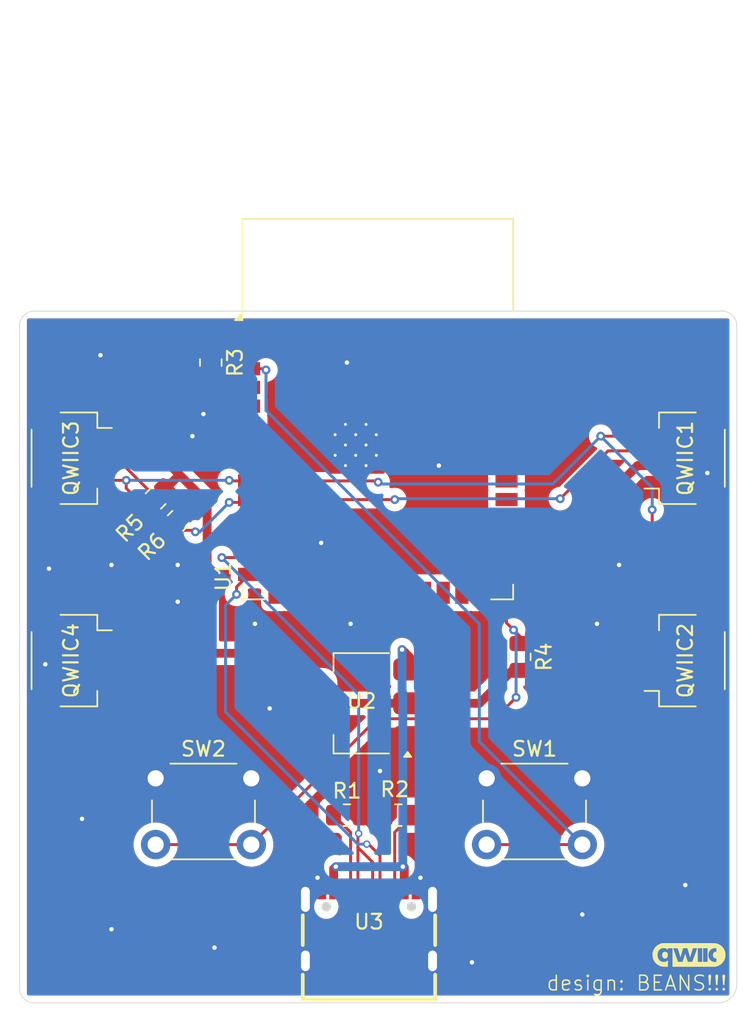
<source format=kicad_pcb>
(kicad_pcb (version 20241229) (generator "pcbnew") (generator_version "9.0")
  (layers (0 "F.Cu" signal) (2 "B.Cu" signal) (13 "F.Paste" user) (15 "B.Paste" user) (5 "F.SilkS" user "F.Silkscreen") (7 "B.SilkS" user "B.Silkscreen") (1 "F.Mask" user) (3 "B.Mask" user) (25 "Edge.Cuts" user))
  (net 0 "")
  (net 1 "GND")
  (net 2 "SDA")
  (net 3 "EN")
  (net 4 "SCL")
  (net 5 "cc1")
  (net 6 "cc2")
  (net 7 "+3V3")
  (net 8 "IO0")
  (net 24 "d-")
  (net 27 "d+")
  (net 42 "VBUS")
  (footprint "Button_Switch_THT:SW_PUSH_6mm" (layer "F.Cu") (at 89.75 89)
    (property "Reference" "SW2" (at 3.25 -2 0) (layer "F.SilkS"))
    (property "Value" "SW_Push")
    (fp_line (start -0.25 1.5) (end -0.25 3) (stroke (width 0.12)) (layer "F.SilkS"))
    (fp_line (start 1 5.5) (end 5.5 5.5) (stroke (width 0.12)) (layer "F.SilkS"))
    (fp_line (start 5.5 -1) (end 1 -1) (stroke (width 0.12)) (layer "F.SilkS"))
    (fp_line (start 6.75 3) (end 6.75 1.5) (stroke (width 0.12)) (layer "F.SilkS"))
    (pad "1" thru_hole circle (at 0 0 90) (size 2 2) (drill 1.1) (layers "*.Cu" "*.Mask") (net 1 "GND"))
    (pad "1" thru_hole circle (at 6.5 0 90) (size 2 2) (drill 1.1) (layers "*.Cu" "*.Mask") (net 1 "GND"))
    (pad "2" thru_hole circle (at 0 4.5 90) (size 2 2) (drill 1.1) (layers "*.Cu" "*.Mask") (net 8 "IO0"))
    (pad "2" thru_hole circle (at 6.5 4.5 90) (size 2 2) (drill 1.1) (layers "*.Cu" "*.Mask") (net 8 "IO0"))
  )
  (footprint "Resistor_SMD:R_0805_2012Metric" (layer "F.Cu") (at 114.5 80.75 -90)
    (property "Reference" "R4" (at 0 -1.65 90) (layer "F.SilkS"))
    (property "Value" "10k")
    (fp_line (start -0.227064 0.735) (end 0.227064 0.735) (stroke (width 0.12)) (layer "F.SilkS"))
    (fp_line (start -0.227064 -0.735) (end 0.227064 -0.735) (stroke (width 0.12)) (layer "F.SilkS"))
    (pad "1" smd roundrect (at -0.9125 0 270) (size 1.025 1.4) (layers "F.Cu" "F.Mask" "F.Paste") (roundrect_rratio 0.243902) (net 8 "IO0"))
    (pad "2" smd roundrect (at 0.9125 0 270) (size 1.025 1.4) (layers "F.Cu" "F.Mask" "F.Paste") (roundrect_rratio 0.243902) (net 7 "+3V3"))
  )
  (footprint "USB_C:USB-C-SMD_G-SWITCH_GT-USB-7010ASV" (layer "F.Cu") (at 104.25 99)
    (property "Reference" "U3" (at 0 -0.25 0) (layer "F.SilkS"))
    (property "Value" "~")
    (fp_line (start -4.5 1.3215) (end -4.5 -0.6915) (stroke (width 0.254)) (layer "F.SilkS"))
    (fp_line (start -4.5 5.03) (end -4.5 3.3385) (stroke (width 0.254)) (layer "F.SilkS"))
    (fp_line (start 4.5 1.3215) (end 4.5 -0.6915) (stroke (width 0.254)) (layer "F.SilkS"))
    (fp_line (start 4.5 5.03) (end -4.5 5.03) (stroke (width 0.254)) (layer "F.SilkS"))
    (fp_line (start 4.5 5.03) (end 4.5 3.3385) (stroke (width 0.254)) (layer "F.SilkS"))
    (fp_poly (pts (xy -2.57778 -1.322421) (xy -2.599739 -1.404372) (xy -2.64216 -1.477847) (xy -2.702153 -1.53784) (xy -2.775628 -1.580261) (xy -2.857579 -1.60222) (xy -2.942421 -1.60222) (xy -3.024372 -1.580261) (xy -3.097847 -1.53784) (xy -3.15784 -1.477847) (xy -3.200261 -1.404372) (xy -3.22222 -1.322421) (xy -3.22222 -1.237579) (xy -3.200261 -1.155628) (xy -3.15784 -1.082153) (xy -3.097847 -1.02216) (xy -3.024372 -0.979739) (xy -2.942421 -0.95778) (xy -2.857579 -0.95778) (xy -2.775628 -0.979739) (xy -2.702153 -1.02216) (xy -2.64216 -1.082153) (xy -2.599739 -1.155628) (xy -2.57778 -1.237579)) (fill yes) (layer "Edge.Cuts"))
    (fp_poly (pts (xy 3.21222 -1.322421) (xy 3.190261 -1.404372) (xy 3.14784 -1.477847) (xy 3.087847 -1.53784) (xy 3.014372 -1.580261) (xy 2.932421 -1.60222) (xy 2.847579 -1.60222) (xy 2.765628 -1.580261) (xy 2.692153 -1.53784) (xy 2.63216 -1.477847) (xy 2.589739 -1.404372) (xy 2.56778 -1.322421) (xy 2.56778 -1.237579) (xy 2.589739 -1.155628) (xy 2.63216 -1.082153) (xy 2.692153 -1.02216) (xy 2.765628 -0.979739) (xy 2.847579 -0.95778) (xy 2.932421 -0.95778) (xy 3.014372 -0.979739) (xy 3.087847 -1.02216) (xy 3.14784 -1.082153) (xy 3.190261 -1.155628) (xy 3.21222 -1.237579)) (fill yes) (layer "Edge.Cuts"))
    (pad "1" thru_hole oval (at -4.32 -1.78) (size 1 2.1) (drill oval 0.6 1.7) (layers "*.Cu" "*.Mask") (net 1 "GND"))
    (pad "2" thru_hole oval (at 4.32 -1.78) (size 1 2.1) (drill oval 0.6 1.7) (layers "*.Cu" "*.Mask") (net 1 "GND"))
    (pad "3" thru_hole oval (at 4.32 2.4) (size 1 1.8) (drill oval 0.6 1.4) (layers "*.Cu" "*.Mask") (net 1 "GND"))
    (pad "4" thru_hole oval (at -4.32 2.4) (size 1 1.8) (drill oval 0.6 1.4) (layers "*.Cu" "*.Mask") (net 1 "GND"))
    (pad "A1B12" smd rect (at -3.2 -2.4) (size 0.6 1.24) (layers "F.Cu" "F.Mask" "F.Paste") (net 1 "GND"))
    (pad "A4B9" smd rect (at -2.4 -2.4) (size 0.6 1.24) (layers "F.Cu" "F.Mask" "F.Paste") (net 42 "VBUS"))
    (pad "A5" smd rect (at -1.25 -2.4) (size 0.3 1.24) (layers "F.Cu" "F.Mask" "F.Paste") (net 5 "cc1"))
    (pad "A6" smd rect (at -0.25 -2.4) (size 0.3 1.24) (layers "F.Cu" "F.Mask" "F.Paste") (net 27 "d+"))
    (pad "A7" smd rect (at 0.25 -2.4) (size 0.3 1.24) (layers "F.Cu" "F.Mask" "F.Paste") (net 24 "d-"))
    (pad "A8" smd rect (at 1.25 -2.4) (size 0.3 1.24) (layers "F.Cu" "F.Mask" "F.Paste"))
    (pad "B1A12" smd rect (at 3.2 -2.4) (size 0.6 1.24) (layers "F.Cu" "F.Mask" "F.Paste") (net 1 "GND"))
    (pad "B4A9" smd rect (at 2.4 -2.4) (size 0.6 1.24) (layers "F.Cu" "F.Mask" "F.Paste") (net 42 "VBUS"))
    (pad "B5" smd rect (at 1.75 -2.4) (size 0.3 1.24) (layers "F.Cu" "F.Mask" "F.Paste") (net 6 "cc2"))
    (pad "B6" smd rect (at 0.75 -2.4) (size 0.3 1.24) (layers "F.Cu" "F.Mask" "F.Paste") (net 27 "d+"))
    (pad "B7" smd rect (at -0.75 -2.4) (size 0.3 1.24) (layers "F.Cu" "F.Mask" "F.Paste") (net 24 "d-"))
    (pad "B8" smd rect (at -1.75 -2.4) (size 0.3 1.24) (layers "F.Cu" "F.Mask" "F.Paste"))
  )
  (footprint "Package_TO_SOT_SMD:SOT-223-3_TabPin2" (layer "F.Cu") (at 103.75 83.9 180)
    (property "Reference" "U2" (at 0 0.15 0) (layer "F.SilkS"))
    (property "Value" "AMS1117-3.3")
    (fp_line (start 1.91 3.41) (end 1.91 2.15) (stroke (width 0.12)) (layer "F.SilkS"))
    (fp_line (start 1.91 -3.41) (end 1.91 -2.15) (stroke (width 0.12)) (layer "F.SilkS"))
    (fp_line (start -1.85 3.41) (end 1.91 3.41) (stroke (width 0.12)) (layer "F.SilkS"))
    (fp_line (start -1.85 -3.41) (end 1.91 -3.41) (stroke (width 0.12)) (layer "F.SilkS"))
    (fp_poly (pts (xy -3.13 -3.31) (xy -3.37 -3.64) (xy -2.89 -3.64) (xy -3.13 -3.31)) (stroke (width 0.12)) (fill yes) (layer "F.SilkS"))
    (pad "1" smd roundrect (at -3.15 -2.3 180) (size 2 1.5) (layers "F.Cu" "F.Mask" "F.Paste") (net 1 "GND"))
    (pad "2" smd roundrect (at -3.15 0 180) (size 2 1.5) (layers "F.Cu" "F.Mask" "F.Paste") (net 7 "+3V3"))
    (pad "2" smd roundrect (at 3.15 0 180) (size 2 3.8) (layers "F.Cu" "F.Mask" "F.Paste") (net 7 "+3V3"))
    (pad "3" smd roundrect (at -3.15 2.3 180) (size 2 1.5) (layers "F.Cu" "F.Mask" "F.Paste") (net 42 "VBUS"))
  )
  (footprint "RF_Module:ESP32-S3-WROOM-1" (layer "F.Cu") (at 104.85 63.89)
    (property "Reference" "U1" (at -10.5 11.4 90) (layer "F.SilkS"))
    (property "Value" "ESP32-S3-WROOM-1")
    (fp_line (start -9.2 -12.9) (end -9.2 -6.7) (stroke (width 0.12)) (layer "F.SilkS"))
    (fp_line (start -9.2 -12.9) (end 9.2 -12.9) (stroke (width 0.12)) (layer "F.SilkS"))
    (fp_line (start -9.2 11.95) (end -9.2 12.95) (stroke (width 0.12)) (layer "F.SilkS"))
    (fp_line (start -9.2 12.95) (end -7.7 12.95) (stroke (width 0.12)) (layer "F.SilkS"))
    (fp_line (start 9.2 -12.9) (end 9.2 -6.7) (stroke (width 0.12)) (layer "F.SilkS"))
    (fp_line (start 9.2 12.95) (end 7.7 12.95) (stroke (width 0.12)) (layer "F.SilkS"))
    (fp_line (start 9.2 12.95) (end 9.2 11.95) (stroke (width 0.12)) (layer "F.SilkS"))
    (fp_poly (pts (xy -9.2 -6.025) (xy -9.7 -6.025) (xy -9.2 -6.525) (xy -9.2 -6.025)) (stroke (width 0.12)) (fill yes) (layer "F.SilkS"))
    (pad "1" smd rect (at -8.75 -5.26) (size 1.5 0.9) (layers "F.Cu" "F.Mask" "F.Paste") (net 1 "GND"))
    (pad "2" smd rect (at -8.75 -3.99) (size 1.5 0.9) (layers "F.Cu" "F.Mask" "F.Paste") (net 7 "+3V3"))
    (pad "3" smd rect (at -8.75 -2.72) (size 1.5 0.9) (layers "F.Cu" "F.Mask" "F.Paste") (net 3 "EN"))
    (pad "4" smd rect (at -8.75 -1.45) (size 1.5 0.9) (layers "F.Cu" "F.Mask" "F.Paste"))
    (pad "5" smd rect (at -8.75 -0.18) (size 1.5 0.9) (layers "F.Cu" "F.Mask" "F.Paste"))
    (pad "6" smd rect (at -8.75 1.09) (size 1.5 0.9) (layers "F.Cu" "F.Mask" "F.Paste"))
    (pad "7" smd rect (at -8.75 2.36) (size 1.5 0.9) (layers "F.Cu" "F.Mask" "F.Paste"))
    (pad "8" smd rect (at -8.75 3.63) (size 1.5 0.9) (layers "F.Cu" "F.Mask" "F.Paste"))
    (pad "9" smd rect (at -8.75 4.9) (size 1.5 0.9) (layers "F.Cu" "F.Mask" "F.Paste") (net 4 "SCL"))
    (pad "10" smd rect (at -8.75 6.17) (size 1.5 0.9) (layers "F.Cu" "F.Mask" "F.Paste") (net 2 "SDA"))
    (pad "11" smd rect (at -8.75 7.44) (size 1.5 0.9) (layers "F.Cu" "F.Mask" "F.Paste"))
    (pad "12" smd rect (at -8.75 8.71) (size 1.5 0.9) (layers "F.Cu" "F.Mask" "F.Paste"))
    (pad "13" smd rect (at -8.75 9.98) (size 1.5 0.9) (layers "F.Cu" "F.Mask" "F.Paste") (net 24 "d-"))
    (pad "14" smd rect (at -8.75 11.25 180) (size 1.5 0.9) (layers "F.Cu" "F.Mask" "F.Paste") (net 27 "d+"))
    (pad "15" smd rect (at -6.985 12.5 270) (size 1.5 0.9) (layers "F.Cu" "F.Mask" "F.Paste"))
    (pad "16" smd rect (at -5.715 12.5 270) (size 1.5 0.9) (layers "F.Cu" "F.Mask" "F.Paste"))
    (pad "17" smd rect (at -4.445 12.5 270) (size 1.5 0.9) (layers "F.Cu" "F.Mask" "F.Paste"))
    (pad "18" smd rect (at -3.175 12.5 270) (size 1.5 0.9) (layers "F.Cu" "F.Mask" "F.Paste"))
    (pad "19" smd rect (at -1.905 12.5 270) (size 1.5 0.9) (layers "F.Cu" "F.Mask" "F.Paste"))
    (pad "20" smd rect (at -0.635 12.5 270) (size 1.5 0.9) (layers "F.Cu" "F.Mask" "F.Paste"))
    (pad "21" smd rect (at 0.635 12.5 270) (size 1.5 0.9) (layers "F.Cu" "F.Mask" "F.Paste"))
    (pad "22" smd rect (at 1.905 12.5 270) (size 1.5 0.9) (layers "F.Cu" "F.Mask" "F.Paste"))
    (pad "23" smd rect (at 3.175 12.5 270) (size 1.5 0.9) (layers "F.Cu" "F.Mask" "F.Paste"))
    (pad "24" smd rect (at 4.445 12.5 270) (size 1.5 0.9) (layers "F.Cu" "F.Mask" "F.Paste"))
    (pad "25" smd rect (at 5.715 12.5 270) (size 1.5 0.9) (layers "F.Cu" "F.Mask" "F.Paste"))
    (pad "26" smd rect (at 6.985 12.5 270) (size 1.5 0.9) (layers "F.Cu" "F.Mask" "F.Paste"))
    (pad "27" smd rect (at 8.75 11.25) (size 1.5 0.9) (layers "F.Cu" "F.Mask" "F.Paste") (net 8 "IO0"))
    (pad "28" smd rect (at 8.75 9.98) (size 1.5 0.9) (layers "F.Cu" "F.Mask" "F.Paste"))
    (pad "29" smd rect (at 8.75 8.71) (size 1.5 0.9) (layers "F.Cu" "F.Mask" "F.Paste"))
    (pad "30" smd rect (at 8.75 7.44) (size 1.5 0.9) (layers "F.Cu" "F.Mask" "F.Paste"))
    (pad "31" smd rect (at 8.75 6.17) (size 1.5 0.9) (layers "F.Cu" "F.Mask" "F.Paste"))
    (pad "32" smd rect (at 8.75 4.9) (size 1.5 0.9) (layers "F.Cu" "F.Mask" "F.Paste"))
    (pad "33" smd rect (at 8.75 3.63) (size 1.5 0.9) (layers "F.Cu" "F.Mask" "F.Paste"))
    (pad "34" smd rect (at 8.75 2.36) (size 1.5 0.9) (layers "F.Cu" "F.Mask" "F.Paste"))
    (pad "35" smd rect (at 8.75 1.09) (size 1.5 0.9) (layers "F.Cu" "F.Mask" "F.Paste"))
    (pad "36" smd rect (at 8.75 -0.18) (size 1.5 0.9) (layers "F.Cu" "F.Mask" "F.Paste"))
    (pad "37" smd rect (at 8.75 -1.45) (size 1.5 0.9) (layers "F.Cu" "F.Mask" "F.Paste"))
    (pad "38" smd rect (at 8.75 -2.72) (size 1.5 0.9) (layers "F.Cu" "F.Mask" "F.Paste"))
    (pad "39" smd rect (at 8.75 -3.99) (size 1.5 0.9) (layers "F.Cu" "F.Mask" "F.Paste"))
    (pad "40" smd rect (at 8.75 -5.26) (size 1.5 0.9) (layers "F.Cu" "F.Mask" "F.Paste") (net 1 "GND"))
    (pad "41" thru_hole circle (at -2.9 1.76 90) (size 0.6 0.6) (drill 0.2) (property pad_prop_heatsink) (layers "*.Cu" "F.Mask") (net 1 "GND"))
    (pad "41" thru_hole circle (at -2.9 3.16) (size 0.6 0.6) (drill 0.2) (property pad_prop_heatsink) (layers "*.Cu" "F.Mask") (net 1 "GND"))
    (pad "41" thru_hole circle (at -2.2 1.06) (size 0.6 0.6) (drill 0.2) (property pad_prop_heatsink) (layers "*.Cu" "F.Mask") (net 1 "GND"))
    (pad "41" thru_hole circle (at -2.2 2.46) (size 0.6 0.6) (drill 0.2) (property pad_prop_heatsink) (layers "*.Cu" "F.Mask") (net 1 "GND"))
    (pad "41" thru_hole circle (at -2.2 3.86) (size 0.6 0.6) (drill 0.2) (property pad_prop_heatsink) (layers "*.Cu" "F.Mask") (net 1 "GND"))
    (pad "41" thru_hole circle (at -1.5 1.76) (size 0.6 0.6) (drill 0.2) (property pad_prop_heatsink) (layers "*.Cu" "F.Mask") (net 1 "GND"))
    (pad "41" smd rect (at -1.5 2.46 270) (size 3.9 3.9) (property pad_prop_heatsink) (layers "F.Cu" "F.Mask") (net 1 "GND"))
    (pad "41" thru_hole circle (at -1.5 3.16) (size 0.6 0.6) (drill 0.2) (property pad_prop_heatsink) (layers "*.Cu" "F.Mask") (net 1 "GND"))
    (pad "41" thru_hole circle (at -0.8 1.06) (size 0.6 0.6) (drill 0.2) (property pad_prop_heatsink) (layers "*.Cu" "F.Mask") (net 1 "GND"))
    (pad "41" thru_hole circle (at -0.8 2.46) (size 0.6 0.6) (drill 0.2) (property pad_prop_heatsink) (layers "*.Cu" "F.Mask") (net 1 "GND"))
    (pad "41" thru_hole circle (at -0.8 3.86) (size 0.6 0.6) (drill 0.2) (property pad_prop_heatsink) (layers "*.Cu" "F.Mask") (net 1 "GND"))
    (pad "41" thru_hole circle (at -0.1 1.76) (size 0.6 0.6) (drill 0.2) (property pad_prop_heatsink) (layers "*.Cu" "F.Mask") (net 1 "GND"))
    (pad "41" thru_hole circle (at -0.1 3.16) (size 0.6 0.6) (drill 0.2) (property pad_prop_heatsink) (layers "*.Cu" "F.Mask") (net 1 "GND"))
    (zone (net 0) (net_name "") (layers "F.Cu" "B.Cu") (connect_pads (clearance 0)) (min_thickness 0.254)
      (keepout (tracks not_allowed) (vias not_allowed) (pads not_allowed) (copperpour not_allowed) (footprints not_allowed))
      (fill (thermal_gap 0.508) (thermal_bridge_width 0.508))
      (polygon (pts (xy 80.85 57.14) (xy 128.85 57.14) (xy 128.85 36.14) (xy 80.85 36.14)))
    )
  )
  (footprint "Connector_JST:JST_SH_SM04B-SRSS-TB_1x04-1MP_P1.00mm_Horizontal" (layer "F.Cu") (at 84 81 -90)
    (property "Reference" "QWIIC4" (at 0 0 270) (layer "F.SilkS"))
    (property "Value" "~")
    (fp_line (start -1.94 2.685) (end 1.94 2.685) (stroke (width 0.12)) (layer "F.SilkS"))
    (fp_line (start -3.11 0.715) (end -3.11 -1.785) (stroke (width 0.12)) (layer "F.SilkS"))
    (fp_line (start 3.11 0.715) (end 3.11 -1.785) (stroke (width 0.12)) (layer "F.SilkS"))
    (fp_line (start -3.11 -1.785) (end -2.06 -1.785) (stroke (width 0.12)) (layer "F.SilkS"))
    (fp_line (start -2.06 -1.785) (end -2.06 -2.775) (stroke (width 0.12)) (layer "F.SilkS"))
    (fp_line (start 3.11 -1.785) (end 2.06 -1.785) (stroke (width 0.12)) (layer "F.SilkS"))
    (pad "1" smd roundrect (at -1.5 -2 270) (size 0.6 1.55) (layers "F.Cu" "F.Mask" "F.Paste") (net 1 "GND"))
    (pad "2" smd roundrect (at -0.5 -2 270) (size 0.6 1.55) (layers "F.Cu" "F.Mask" "F.Paste") (net 7 "+3V3"))
    (pad "3" smd roundrect (at 0.5 -2 270) (size 0.6 1.55) (layers "F.Cu" "F.Mask" "F.Paste") (net 2 "SDA"))
    (pad "4" smd roundrect (at 1.5 -2 270) (size 0.6 1.55) (layers "F.Cu" "F.Mask" "F.Paste") (net 4 "SCL"))
    (pad "MP" smd roundrect (at -2.8 1.875 270) (size 1.2 1.8) (layers "F.Cu" "F.Mask" "F.Paste") (roundrect_rratio 0.208333) (net 1 "GND"))
    (pad "MP" smd roundrect (at 2.8 1.875 270) (size 1.2 1.8) (layers "F.Cu" "F.Mask" "F.Paste") (roundrect_rratio 0.208333) (net 1 "GND"))
  )
  (footprint "Connector_JST:JST_SH_SM04B-SRSS-TB_1x04-1MP_P1.00mm_Horizontal" (layer "F.Cu") (at 125.75 81 90)
    (property "Reference" "QWIIC2" (at 0 0 90) (layer "F.SilkS"))
    (property "Value" "~")
    (fp_line (start 3.11 -1.785) (end 2.06 -1.785) (stroke (width 0.12)) (layer "F.SilkS"))
    (fp_line (start -2.06 -1.785) (end -2.06 -2.775) (stroke (width 0.12)) (layer "F.SilkS"))
    (fp_line (start -3.11 -1.785) (end -2.06 -1.785) (stroke (width 0.12)) (layer "F.SilkS"))
    (fp_line (start 3.11 0.715) (end 3.11 -1.785) (stroke (width 0.12)) (layer "F.SilkS"))
    (fp_line (start -3.11 0.715) (end -3.11 -1.785) (stroke (width 0.12)) (layer "F.SilkS"))
    (fp_line (start -1.94 2.685) (end 1.94 2.685) (stroke (width 0.12)) (layer "F.SilkS"))
    (pad "1" smd roundrect (at -1.5 -2 90) (size 0.6 1.55) (layers "F.Cu" "F.Mask" "F.Paste") (net 1 "GND"))
    (pad "2" smd roundrect (at -0.5 -2 90) (size 0.6 1.55) (layers "F.Cu" "F.Mask" "F.Paste") (net 7 "+3V3"))
    (pad "3" smd roundrect (at 0.5 -2 90) (size 0.6 1.55) (layers "F.Cu" "F.Mask" "F.Paste") (net 2 "SDA"))
    (pad "4" smd roundrect (at 1.5 -2 90) (size 0.6 1.55) (layers "F.Cu" "F.Mask" "F.Paste") (net 4 "SCL"))
    (pad "MP" smd roundrect (at -2.8 1.875 90) (size 1.2 1.8) (layers "F.Cu" "F.Mask" "F.Paste") (roundrect_rratio 0.208333) (net 1 "GND"))
    (pad "MP" smd roundrect (at 2.8 1.875 90) (size 1.2 1.8) (layers "F.Cu" "F.Mask" "F.Paste") (roundrect_rratio 0.208333) (net 1 "GND"))
  )
  (footprint "Connector_JST:JST_SH_SM04B-SRSS-TB_1x04-1MP_P1.00mm_Horizontal" (layer "F.Cu") (at 125.75 67.25 90)
    (property "Reference" "QWIIC1" (at 0 0 90) (layer "F.SilkS"))
    (property "Value" "~")
    (fp_line (start 3.11 -1.785) (end 2.06 -1.785) (stroke (width 0.12)) (layer "F.SilkS"))
    (fp_line (start -2.06 -1.785) (end -2.06 -2.775) (stroke (width 0.12)) (layer "F.SilkS"))
    (fp_line (start -3.11 -1.785) (end -2.06 -1.785) (stroke (width 0.12)) (layer "F.SilkS"))
    (fp_line (start 3.11 0.715) (end 3.11 -1.785) (stroke (width 0.12)) (layer "F.SilkS"))
    (fp_line (start -3.11 0.715) (end -3.11 -1.785) (stroke (width 0.12)) (layer "F.SilkS"))
    (fp_line (start -1.94 2.685) (end 1.94 2.685) (stroke (width 0.12)) (layer "F.SilkS"))
    (pad "1" smd roundrect (at -1.5 -2 90) (size 0.6 1.55) (layers "F.Cu" "F.Mask" "F.Paste") (net 1 "GND"))
    (pad "2" smd roundrect (at -0.5 -2 90) (size 0.6 1.55) (layers "F.Cu" "F.Mask" "F.Paste") (net 7 "+3V3"))
    (pad "3" smd roundrect (at 0.5 -2 90) (size 0.6 1.55) (layers "F.Cu" "F.Mask" "F.Paste") (net 2 "SDA"))
    (pad "4" smd roundrect (at 1.5 -2 90) (size 0.6 1.55) (layers "F.Cu" "F.Mask" "F.Paste") (net 4 "SCL"))
    (pad "MP" smd roundrect (at -2.8 1.875 90) (size 1.2 1.8) (layers "F.Cu" "F.Mask" "F.Paste") (roundrect_rratio 0.208333) (net 1 "GND"))
    (pad "MP" smd roundrect (at 2.8 1.875 90) (size 1.2 1.8) (layers "F.Cu" "F.Mask" "F.Paste") (roundrect_rratio 0.208333) (net 1 "GND"))
  )
  (footprint "Resistor_SMD:R_0805_2012Metric" (layer "F.Cu") (at 93.5 60.75 -90)
    (property "Reference" "R3" (at 0 -1.65 90) (layer "F.SilkS"))
    (property "Value" "10k")
    (fp_line (start -0.227064 0.735) (end 0.227064 0.735) (stroke (width 0.12)) (layer "F.SilkS"))
    (fp_line (start -0.227064 -0.735) (end 0.227064 -0.735) (stroke (width 0.12)) (layer "F.SilkS"))
    (pad "1" smd roundrect (at -0.9125 0 270) (size 1.025 1.4) (layers "F.Cu" "F.Mask" "F.Paste") (roundrect_rratio 0.243902) (net 7 "+3V3"))
    (pad "2" smd roundrect (at 0.9125 0 270) (size 1.025 1.4) (layers "F.Cu" "F.Mask" "F.Paste") (roundrect_rratio 0.243902) (net 3 "EN"))
  )
  (footprint "clipboard:45bae117-7777-4586-beb2-2fac8ed524fa" (layer "F.Cu") (at 124.570514 100.542427)
    (property "Reference" "" (at 0 0 0) (layer "F.SilkS") (effects (font (size 1.27 1.27))))
    (property "Value" "")
    (fp_poly (pts (xy -0.15443 0.239489) (xy -0.11606 0.252109) (xy -0.081261 0.274453) (xy -0.072169 0.282229) (xy -0.041068 0.316547) (xy -0.019084 0.355936) (xy -0.0058 0.401603) (xy -0.000801 0.454755) (xy -0.001426 0.487504) (xy -0.003407 0.516411) (xy -0.006575 0.537926) (xy -0.01213 0.556738) (xy -0.021275 0.577531) (xy -0.027876 0.590739) (xy -0.053772 0.631868) (xy -0.084695 0.662455) (xy -0.12188 0.683317) (xy -0.16656 0.695272) (xy -0.189706 0.697985) (xy -0.214655 0.697805) (xy -0.240362 0.694444) (xy -0.248025 0.692617) (xy -0.29419 0.673979) (xy -0.332114 0.646599) (xy -0.36161 0.610738) (xy -0.382489 0.566657) (xy -0.394564 0.514615) (xy -0.39723 0.48591) (xy -0.396307 0.427816) (xy -0.386774 0.377515) (xy -0.368266 0.333974) (xy -0.340418 0.296158) (xy -0.324787 0.280775) (xy -0.2906 0.256159) (xy -0.252787 0.241427) (xy -0.208837 0.235674) (xy -0.199287 0.235521)) (fill yes) (layer "F.SilkS"))
    (fp_poly (pts (xy 1.603021 -0.34724) (xy 1.766157 -0.347233) (xy 1.918044 -0.347218) (xy 2.059096 -0.347193) (xy 2.189729 -0.347154) (xy 2.310357 -0.3471) (xy 2.421395 -0.347028) (xy 2.523256 -0.346936) (xy 2.616357 -0.34682) (xy 2.70111 -0.346679) (xy 2.777931 -0.346509) (xy 2.847235 -0.346309) (xy 2.909436 -0.346076) (xy 2.964948 -0.345806) (xy 3.014186 -0.345499) (xy 3.057565 -0.34515) (xy 3.0955 -0.344759) (xy 3.128404 -0.344321) (xy 3.156693 -0.343835) (xy 3.180781 -0.343297) (xy 3.201082 -0.342706) (xy 3.218012 -0.342059) (xy 3.231984 -0.341354) (xy 3.243414 -0.340587) (xy 3.252715 -0.339757) (xy 3.260304 -0.33886) (xy 3.266593 -0.337894) (xy 3.271998 -0.336858) (xy 3.276153 -0.335931) (xy 3.374283 -0.307159) (xy 3.466032 -0.268453) (xy 3.55093 -0.220171) (xy 3.62851 -0.162674) (xy 3.698301 -0.09632) (xy 3.759834 -0.021468) (xy 3.812642 0.061523) (xy 3.824659 0.083952) (xy 3.862399 0.167158) (xy 3.889305 0.250543) (xy 3.905962 0.336548) (xy 3.912958 0.427615) (xy 3.913267 0.452651) (xy 3.907848 0.553019) (xy 3.891518 0.648253) (xy 3.864171 0.73862) (xy 3.825698 0.824389) (xy 3.775993 0.905826) (xy 3.714948 0.983201) (xy 3.688867 1.011477) (xy 3.620611 1.075701) (xy 3.54855 1.129739) (xy 3.471225 1.174401) (xy 3.387179 1.210496) (xy 3.294954 1.238837) (xy 3.268296 1.245302) (xy 3.209724 1.258772) (xy 1.758856 1.260581) (xy 0.307989 1.262389) (xy 0.307989 0.631195) (xy 0.307989 0.003019) (xy 0.357471 0.003019) (xy 0.524468 0.463389) (xy 0.691465 0.923758) (xy 0.842842 0.923862) (xy 0.99422 0.923966) (xy 1.080787 0.644662) (xy 1.098115 0.588921) (xy 1.114449 0.536698) (xy 1.129427 0.489129) (xy 1.142687 0.447349) (xy 1.153866 0.412493) (xy 1.162602 0.385698) (xy 1.168534 0.368098) (xy 1.171298 0.360829) (xy 1.171362 0.360738) (xy 1.173864 0.365404) (xy 1.179514 0.380548) (xy 1.187959 0.405092) (xy 1.198846 0.437955) (xy 1.211822 0.478057) (xy 1.226536 0.524317) (xy 1.242634 0.575655) (xy 1.259763 0.630991) (xy 1.262543 0.640035) (xy 1.349715 0.923951) (xy 1.500726 0.923959) (xy 1.651738 0.923966) (xy 1.819283 0.465885) (xy 1.845267 0.394798) (xy 1.870017 0.326993) (xy 1.893223 0.263325) (xy 1.914577 0.204647) (xy 1.933769 0.151814) (xy 1.950488 0.105681) (xy 1.964424 0.067101) (xy 1.975269 0.036928) (xy 1.982711 0.016018) (xy 1.986442 0.005223) (xy 1.986828 0.003903) (xy 1.981063 0.002822) (xy 1.964859 0.001855) (xy 1.939857 0.001048) (xy 1.907697 0.000442) (xy 1.870017 0.000082) (xy 1.840017 0) (xy 2.029101 0) (xy 2.029101 0.461983) (xy 2.029101 0.923966) (xy 2.180076 0.923966) (xy 2.331051 0.923966) (xy 2.331051 0.461983) (xy 2.331051 0) (xy 2.391441 0) (xy 2.391441 0.461983) (xy 2.391441 0.923966) (xy 2.542416 0.923966) (xy 2.69339 0.923966) (xy 2.69339 0.465002) (xy 2.756817 0.465002) (xy 2.757402 0.513372) (xy 2.75956 0.552731) (xy 2.763922 0.586107) (xy 2.771119 0.616531) (xy 2.78178 0.647031) (xy 2.796537 0.680637) (xy 2.80564 0.699535) (xy 2.841112 0.75837) (xy 2.885749 0.809483) (xy 2.938973 0.852286) (xy 2.980488 0.876713) (xy 3.036035 0.902211) (xy 3.088947 0.919631) (xy 3.143205 0.929883) (xy 3.202792 0.933876) (xy 3.230861 0.933899) (xy 3.288231 0.933024) (xy 3.289864 0.811479) (xy 3.291496 0.689934) (xy 3.238111 0.687382) (xy 3.194948 0.682248) (xy 3.160213 0.670754) (xy 3.131486 0.651852) (xy 3.113402 0.633352) (xy 3.087763 0.594613) (xy 3.069964 0.550163) (xy 3.05994 0.502187) (xy 3.057623 0.452867) (xy 3.062947 0.404386) (xy 3.075846 0.358929) (xy 3.096253 0.318677) (xy 3.123981 0.285924) (xy 3.153321 0.263383) (xy 3.183406 0.249496) (xy 3.218142 0.24283) (xy 3.244571 0.241692) (xy 3.291496 0.24156) (xy 3.289863 0.116251) (xy 3.288231 -0.009058) (xy 3.212744 -0.008088) (xy 3.152636 -0.005027) (xy 3.099842 0.003106) (xy 3.050331 0.017243) (xy 3.00007 0.038315) (xy 2.989301 0.04358) (xy 2.940767 0.073229) (xy 2.894224 0.111747) (xy 2.85266 0.156186) (xy 2.819068 0.203599) (xy 2.809535 0.220765) (xy 2.790535 0.260317) (xy 2.77652 0.296374) (xy 2.766815 0.332061) (xy 2.760747 0.370506) (xy 2.75764 0.414833) (xy 2.756817 0.465002) (xy 2.69339 0.465002) (xy 2.69339 0.461983) (xy 2.69339 0) (xy 2.542416 0) (xy 2.391441 0) (xy 2.331051 0) (xy 2.180076 0) (xy 2.029101 0) (xy 1.840017 0) (xy 1.693205 0) (xy 1.606694 0.294401) (xy 1.589643 0.352308) (xy 1.573433 0.407132) (xy 1.558417 0.457694) (xy 1.544949 0.502817) (xy 1.53338 0.541324) (xy 1.524065 0.572036) (xy 1.517354 0.593776) (xy 1.513602 0.605368) (xy 1.513201 0.606458) (xy 1.511862 0.609477) (xy 1.51042 0.611212) (xy 1.508658 0.610984) (xy 1.506362 0.608114) (xy 1.503318 0.601922) (xy 1.49931 0.59173) (xy 1.494123 0.576857) (xy 1.487543 0.556626) (xy 1.479355 0.530356) (xy 1.469344 0.497369) (xy 1.457295 0.456985) (xy 1.442993 0.408526) (xy 1.426223 0.351311) (xy 1.406771 0.284663) (xy 1.384422 0.207901) (xy 1.35896 0.120347) (xy 1.353819 0.102663) (xy 1.32485 0.003019) (xy 1.179157 0.001403) (xy 1.033464 -0.000213) (xy 1.018411 0.049715) (xy 1.01353 0.066172) (xy 1.00575 0.092747) (xy 0.995501 0.127947) (xy 0.983218 0.170281) (xy 0.969333 0.218258) (xy 0.954277 0.270385) (xy 0.938484 0.325171) (xy 0.929524 0.356301) (xy 0.914065 0.40984) (xy 0.89953 0.459798) (xy 0.886275 0.504975) (xy 0.874658 0.544176) (xy 0.865033 0.576203) (xy 0.857759 0.599859) (xy 0.85319 0.613947) (xy 0.851785 0.617484) (xy 0.84939 0.612746) (xy 0.843953 0.59746) (xy 0.835801 0.572676) (xy 0.825261 0.539444) (xy 0.812661 0.498816) (xy 0.798328 0.451841) (xy 0.782591 0.399569) (xy 0.765776 0.343052) (xy 0.758239 0.317512) (xy 0.740993 0.259062) (xy 0.724684 0.204049) (xy 0.709644 0.153575) (xy 0.696206 0.108741) (xy 0.684701 0.070649) (xy 0.675461 0.040402) (xy 0.668819 0.019099) (xy 0.665105 0.007844) (xy 0.664512 0.0064) (xy 0.658068 0.00414) (xy 0.641607 0.002508) (xy 0.614655 0.001489) (xy 0.576739 0.001068) (xy 0.527385 0.00123) (xy 0.508949 0.001404) (xy 0.357471 0.003019) (xy 0.307989 0.003019) (xy 0.307989 0) (xy 0.153994 0) (xy 0 0) (xy 0 0.058674) (xy 0 0.117348) (xy -0.031705 0.086441) (xy -0.078834 0.047443) (xy -0.131069 0.018133) (xy -0.163053 0.005451) (xy -0.194166 -0.002186) (xy -0.233361 -0.007068) (xy -0.276949 -0.009146) (xy -0.321238 -0.008367) (xy -0.36254 -0.004681) (xy -0.397166 0.001963) (xy -0.398051 0.002206) (xy -0.463814 0.026427) (xy -0.523076 0.060696) (xy -0.575262 0.104536) (xy -0.6198 0.157472) (xy -0.653821 0.214384) (xy -0.676529 0.270348) (xy -0.693014 0.333706) (xy -0.702767 0.401212) (xy -0.705277 0.46962) (xy -0.701947 0.520918) (xy -0.695397 0.569467) (xy -0.687259 0.610086) (xy -0.676372 0.646917) (xy -0.661577 0.6841) (xy -0.648251 0.712601) (xy -0.614118 0.769905) (xy -0.571635 0.820281) (xy -0.522309 0.862202) (xy -0.471041 0.892533) (xy -0.405198 0.917893) (xy -0.335952 0.932249) (xy -0.273278 0.936044) (xy -0.207099 0.93076) (xy -0.146465 0.915008) (xy -0.091762 0.888933) (xy -0.043378 0.852685) (xy -0.035765 0.845478) (xy 0 0.810482) (xy 0 1.036316) (xy 0 1.262149) (xy -0.146445 1.261134) (xy -0.188777 1.260758) (xy -0.228367 1.26025) (xy -0.263194 1.259649) (xy -0.291234 1.258993) (xy -0.310465 1.25832) (xy -0.317047 1.257914) (xy -0.412046 1.24343) (xy -0.503872 1.218005) (xy -0.591609 1.18232) (xy -0.674341 1.137055) (xy -0.751154 1.082893) (xy -0.821132 1.020514) (xy -0.883359 0.950598) (xy -0.93692 0.873828) (xy -0.9809 0.790883) (xy -0.997272 0.751854) (xy -1.026887 0.660623) (xy -1.045984 0.56816) (xy -1.054294 0.476276) (xy -1.051575 0.387084) (xy -1.036517 0.286822) (xy -1.010877 0.192353) (xy -0.974556 0.103469) (xy -0.927455 0.019965) (xy -0.869474 -0.058365) (xy -0.804597 -0.12782) (xy -0.731102 -0.191047) (xy -0.652409 -0.24379) (xy -0.567606 -0.286553) (xy -0.475781 -0.319838) (xy -0.436462 -0.330716) (xy -0.371398 -0.347242) (xy 1.428222 -0.347242)) (fill yes) (layer "F.SilkS"))
  )
  (footprint "Resistor_SMD:R_0805_2012Metric" (layer "F.Cu") (at 91.25 71.5 45)
    (property "Reference" "R5" (at -2.65165 -1.944544 45) (layer "F.SilkS"))
    (property "Value" "4.7k")
    (fp_line (start -0.227064 -0.735) (end 0.227064 -0.735) (stroke (width 0.12)) (layer "F.SilkS"))
    (fp_line (start -0.227064 0.735) (end 0.227064 0.735) (stroke (width 0.12)) (layer "F.SilkS"))
    (pad "1" smd roundrect (at -0.9125 0 45) (size 1.025 1.4) (layers "F.Cu" "F.Mask" "F.Paste") (roundrect_rratio 0.243902) (net 2 "SDA"))
    (pad "2" smd roundrect (at 0.9125 0 45) (size 1.025 1.4) (layers "F.Cu" "F.Mask" "F.Paste") (roundrect_rratio 0.243902) (net 7 "+3V3"))
  )
  (footprint "Button_Switch_THT:SW_PUSH_6mm" (layer "F.Cu") (at 112.25 89)
    (property "Reference" "SW1" (at 3.25 -2 0) (layer "F.SilkS"))
    (property "Value" "SW_Push")
    (fp_line (start -0.25 1.5) (end -0.25 3) (stroke (width 0.12)) (layer "F.SilkS"))
    (fp_line (start 1 5.5) (end 5.5 5.5) (stroke (width 0.12)) (layer "F.SilkS"))
    (fp_line (start 5.5 -1) (end 1 -1) (stroke (width 0.12)) (layer "F.SilkS"))
    (fp_line (start 6.75 3) (end 6.75 1.5) (stroke (width 0.12)) (layer "F.SilkS"))
    (pad "1" thru_hole circle (at 0 0 90) (size 2 2) (drill 1.1) (layers "*.Cu" "*.Mask") (net 1 "GND"))
    (pad "1" thru_hole circle (at 6.5 0 90) (size 2 2) (drill 1.1) (layers "*.Cu" "*.Mask") (net 1 "GND"))
    (pad "2" thru_hole circle (at 0 4.5 90) (size 2 2) (drill 1.1) (layers "*.Cu" "*.Mask") (net 3 "EN"))
    (pad "2" thru_hole circle (at 6.5 4.5 90) (size 2 2) (drill 1.1) (layers "*.Cu" "*.Mask") (net 3 "EN"))
  )
  (footprint "Connector_JST:JST_SH_SM04B-SRSS-TB_1x04-1MP_P1.00mm_Horizontal" (layer "F.Cu") (at 84 67.25 -90)
    (property "Reference" "QWIIC3" (at 0 0 270) (layer "F.SilkS"))
    (property "Value" "~")
    (fp_line (start -1.94 2.685) (end 1.94 2.685) (stroke (width 0.12)) (layer "F.SilkS"))
    (fp_line (start -3.11 0.715) (end -3.11 -1.785) (stroke (width 0.12)) (layer "F.SilkS"))
    (fp_line (start 3.11 0.715) (end 3.11 -1.785) (stroke (width 0.12)) (layer "F.SilkS"))
    (fp_line (start -3.11 -1.785) (end -2.06 -1.785) (stroke (width 0.12)) (layer "F.SilkS"))
    (fp_line (start -2.06 -1.785) (end -2.06 -2.775) (stroke (width 0.12)) (layer "F.SilkS"))
    (fp_line (start 3.11 -1.785) (end 2.06 -1.785) (stroke (width 0.12)) (layer "F.SilkS"))
    (pad "1" smd roundrect (at -1.5 -2 270) (size 0.6 1.55) (layers "F.Cu" "F.Mask" "F.Paste") (net 1 "GND"))
    (pad "2" smd roundrect (at -0.5 -2 270) (size 0.6 1.55) (layers "F.Cu" "F.Mask" "F.Paste") (net 7 "+3V3"))
    (pad "3" smd roundrect (at 0.5 -2 270) (size 0.6 1.55) (layers "F.Cu" "F.Mask" "F.Paste") (net 2 "SDA"))
    (pad "4" smd roundrect (at 1.5 -2 270) (size 0.6 1.55) (layers "F.Cu" "F.Mask" "F.Paste") (net 4 "SCL"))
    (pad "MP" smd roundrect (at -2.8 1.875 270) (size 1.2 1.8) (layers "F.Cu" "F.Mask" "F.Paste") (roundrect_rratio 0.208333) (net 1 "GND"))
    (pad "MP" smd roundrect (at 2.8 1.875 270) (size 1.2 1.8) (layers "F.Cu" "F.Mask" "F.Paste") (roundrect_rratio 0.208333) (net 1 "GND"))
  )
  (footprint "Resistor_SMD:R_0805_2012Metric" (layer "F.Cu") (at 89.75 70 45)
    (property "Reference" "R6" (at -2.474874 2.12132 45) (layer "F.SilkS"))
    (property "Value" "4.7k")
    (fp_line (start -0.227064 -0.735) (end 0.227064 -0.735) (stroke (width 0.12)) (layer "F.SilkS"))
    (fp_line (start -0.227064 0.735) (end 0.227064 0.735) (stroke (width 0.12)) (layer "F.SilkS"))
    (pad "1" smd roundrect (at -0.9125 0 45) (size 1.025 1.4) (layers "F.Cu" "F.Mask" "F.Paste") (roundrect_rratio 0.243902) (net 4 "SCL"))
    (pad "2" smd roundrect (at 0.9125 0 45) (size 1.025 1.4) (layers "F.Cu" "F.Mask" "F.Paste") (roundrect_rratio 0.243902) (net 7 "+3V3"))
  )
  (footprint "Resistor_SMD:R_0805_2012Metric" (layer "F.Cu") (at 106.25 91.5 180)
    (property "Reference" "R2" (at 0.25 1.75 0) (layer "F.SilkS"))
    (property "Value" "5.1k")
    (fp_line (start -0.227064 0.735) (end 0.227064 0.735) (stroke (width 0.12)) (layer "F.SilkS"))
    (fp_line (start -0.227064 -0.735) (end 0.227064 -0.735) (stroke (width 0.12)) (layer "F.SilkS"))
    (pad "1" smd roundrect (at -0.9125 0 180) (size 1.025 1.4) (layers "F.Cu" "F.Mask" "F.Paste") (roundrect_rratio 0.243902) (net 6 "cc2"))
    (pad "2" smd roundrect (at 0.9125 0 180) (size 1.025 1.4) (layers "F.Cu" "F.Mask" "F.Paste") (roundrect_rratio 0.243902) (net 1 "GND"))
  )
  (footprint "Resistor_SMD:R_0805_2012Metric" (layer "F.Cu") (at 102.75 91.5)
    (property "Reference" "R1" (at 0 -1.65 0) (layer "F.SilkS"))
    (property "Value" "5.1k")
    (fp_line (start -0.227064 -0.735) (end 0.227064 -0.735) (stroke (width 0.12)) (layer "F.SilkS"))
    (fp_line (start -0.227064 0.735) (end 0.227064 0.735) (stroke (width 0.12)) (layer "F.SilkS"))
    (pad "1" smd roundrect (at -0.9125 0) (size 1.025 1.4) (layers "F.Cu" "F.Mask" "F.Paste") (roundrect_rratio 0.243902) (net 5 "cc1"))
    (pad "2" smd roundrect (at 0.9125 0) (size 1.025 1.4) (layers "F.Cu" "F.Mask" "F.Paste") (roundrect_rratio 0.243902) (net 1 "GND"))
  )
  (gr_arc (start 81.5 104.25) (mid 80.792893 103.957107) (end 80.5 103.25) (stroke (width 0.05)) (layer "Edge.Cuts"))
  (gr_line (start 81.5 104.25) (end 128 104.25) (stroke (width 0.05)) (layer "Edge.Cuts"))
  (gr_arc (start 80.5 58.25) (mid 80.792893 57.542893) (end 81.5 57.25) (stroke (width 0.05)) (layer "Edge.Cuts"))
  (gr_line (start 80.5 58.25) (end 80.5 103.25) (stroke (width 0.05)) (layer "Edge.Cuts"))
  (gr_line (start 129.25 103) (end 129.25 58.25) (stroke (width 0.05)) (layer "Edge.Cuts"))
  (gr_arc (start 128.25 57.25) (mid 128.957107 57.542893) (end 129.25 58.25) (stroke (width 0.05)) (layer "Edge.Cuts"))
  (gr_arc (start 129.25 103) (mid 128.883883 103.883883) (end 128 104.25) (stroke (width 0.05)) (layer "Edge.Cuts"))
  (gr_line (start 128.25 57.25) (end 81.5 57.25) (stroke (width 0.05)) (layer "Edge.Cuts"))
  (gr_text "design: BEANS!!!" (at 116.25 103.5 0) (layer "F.SilkS") (effects (font (size 1 1) (thickness 0.1)) (justify left bottom)))
  (segment (start 101.05 96.05) (end 100.75 95.75) (width 0.6) (layer "F.Cu") (net 1))
  (segment (start 107.45 96.05) (end 107.75 95.75) (width 0.6) (layer "F.Cu") (net 1))
  (segment (start 108.57 97.22) (end 108.07 97.22) (width 0.2) (layer "F.Cu") (net 1))
  (segment (start 101.05 96.6) (end 101.05 96.05) (width 0.6) (layer "F.Cu") (net 1))
  (segment (start 99.93 97.22) (end 100.43 97.22) (width 0.2) (layer "F.Cu") (net 1))
  (segment (start 107.45 96.6) (end 107.45 96.05) (width 0.6) (layer "F.Cu") (net 1))
  (segment (start 100.43 97.22) (end 101.05 96.6) (width 0.2) (layer "F.Cu") (net 1))
  (segment (start 108.07 97.22) (end 107.45 96.6) (width 0.2) (layer "F.Cu") (net 1))
  (via (at 103 78.5) (size 0.6) (drill 0.3) (layers "F.Cu" "B.Cu") (net 1))
  (via (at 86.75 74.5) (size 0.6) (drill 0.3) (layers "F.Cu" "B.Cu") (net 1))
  (via (at 96.5 78.5) (size 0.6) (drill 0.3) (layers "F.Cu" "B.Cu") (net 1))
  (via (at 109 67.75) (size 0.6) (drill 0.3) (layers "F.Cu" "B.Cu") (net 1))
  (via (at 105 88.5) (size 0.6) (drill 0.3) (layers "F.Cu" "B.Cu") (net 1))
  (via (at 93.75 100.5) (size 0.6) (drill 0.3) (layers "F.Cu" "B.Cu") (net 1))
  (via (at 121.25 74.5) (size 0.6) (drill 0.3) (layers "F.Cu" "B.Cu") (net 1))
  (via (at 101 73) (size 0.6) (drill 0.3) (layers "F.Cu" "B.Cu") (net 1))
  (via (at 82.25 81.25) (size 0.6) (drill 0.3) (layers "F.Cu" "B.Cu") (net 1))
  (via (at 118.75 98.25) (size 0.6) (drill 0.3) (layers "F.Cu" "B.Cu") (net 1))
  (via (at 82.5 74.75) (size 0.6) (drill 0.3) (layers "F.Cu" "B.Cu") (net 1))
  (via (at 119.75 78.5) (size 0.6) (drill 0.3) (layers "F.Cu" "B.Cu") (net 1))
  (via (at 100.75 95.75) (size 0.5) (drill 0.3) (layers "F.Cu" "B.Cu") (net 1))
  (via (at 93 64.25) (size 0.6) (drill 0.3) (layers "F.Cu" "B.Cu") (net 1))
  (via (at 125.75 96.25) (size 0.6) (drill 0.3) (layers "F.Cu" "B.Cu") (net 1))
  (via (at 107.75 95.75) (size 0.6) (drill 0.3) (layers "F.Cu" "B.Cu") (net 1))
  (via (at 91.25 77) (size 0.6) (drill 0.3) (layers "F.Cu" "B.Cu") (net 1))
  (via (at 86 60.25) (size 0.6) (drill 0.3) (layers "F.Cu" "B.Cu") (net 1))
  (via (at 97.5 84.25) (size 0.6) (drill 0.3) (layers "F.Cu" "B.Cu") (net 1))
  (via (at 84.75 91.75) (size 0.6) (drill 0.3) (layers "F.Cu" "B.Cu") (net 1))
  (via (at 127.25 68.25) (size 0.6) (drill 0.3) (layers "F.Cu" "B.Cu") (net 1))
  (via (at 92.25 65.75) (size 0.6) (drill 0.3) (layers "F.Cu" "B.Cu") (net 1))
  (via (at 91.25 74.5) (size 0.6) (drill 0.3) (layers "F.Cu" "B.Cu") (net 1))
  (via (at 102.75 60.75) (size 0.6) (drill 0.3) (layers "F.Cu" "B.Cu") (net 1))
  (via (at 86.75 99.25) (size 0.6) (drill 0.3) (layers "F.Cu" "B.Cu") (net 1))
  (via (at 111.25 101.5) (size 0.6) (drill 0.3) (layers "F.Cu" "B.Cu") (net 1))
  (segment (start 90.604765 70.754822) (end 90.604765 72.145235) (width 0.2) (layer "F.Cu") (net 2))
  (segment (start 92.345235 72.145235) (end 92.45 72.25) (width 0.2) (layer "F.Cu") (net 2))
  (segment (start 125.75 79.524999) (end 125.75 67.5) (width 0.2) (layer "F.Cu") (net 2))
  (segment (start 86 81.5) (end 84.975001 81.5) (width 0.2) (layer "F.Cu") (net 2))
  (segment (start 123.75 66.75) (end 120.5 66.75) (width 0.2) (layer "F.Cu") (net 2))
  (segment (start 84.674 78.076) (end 90.604765 72.145235) (width 0.2) (layer "F.Cu") (net 2))
  (segment (start 123.75 80.5) (end 124.774999 80.5) (width 0.2) (layer "F.Cu") (net 2))
  (segment (start 90.604765 72.145235) (end 92.345235 72.145235) (width 0.2) (layer "F.Cu") (net 2))
  (segment (start 125.75 67.5) (end 125 66.75) (width 0.2) (layer "F.Cu") (net 2))
  (segment (start 84.975001 81.5) (end 84.674 81.198999) (width 0.2) (layer "F.Cu") (net 2))
  (segment (start 94.75 70.25) (end 95.91 70.25) (width 0.2) (layer "F.Cu") (net 2))
  (segment (start 106 70.06) (end 96.1 70.06) (width 0.2) (layer "F.Cu") (net 2))
  (segment (start 120.5 66.75) (end 117.25 70) (width 0.2) (layer "F.Cu") (net 2))
  (segment (start 95.91 70.25) (end 96.1 70.06) (width 0.2) (layer "F.Cu") (net 2))
  (segment (start 87.599943 67.75) (end 90.604765 70.754822) (width 0.2) (layer "F.Cu") (net 2))
  (segment (start 84.674 81.198999) (end 84.674 78.076) (width 0.2) (layer "F.Cu") (net 2))
  (segment (start 86 67.75) (end 87.599943 67.75) (width 0.2) (layer "F.Cu") (net 2))
  (segment (start 125 66.75) (end 123.75 66.75) (width 0.2) (layer "F.Cu") (net 2))
  (segment (start 124.774999 80.5) (end 125.75 79.524999) (width 0.2) (layer "F.Cu") (net 2))
  (via (at 117.25 70) (size 0.6) (drill 0.3) (layers "F.Cu" "B.Cu") (net 2))
  (via (at 92.45 72.25) (size 0.6) (drill 0.3) (layers "F.Cu" "B.Cu") (net 2))
  (via (at 106 70.06) (size 0.6) (drill 0.3) (layers "F.Cu" "B.Cu") (net 2))
  (via (at 94.75 70.25) (size 0.6) (drill 0.3) (layers "F.Cu" "B.Cu") (net 2))
  (segment (start 106 70.06) (end 106.06 70) (width 0.2) (layer "B.Cu") (net 2))
  (segment (start 92.75 72.25) (end 94.75 70.25) (width 0.2) (layer "B.Cu") (net 2))
  (segment (start 92.45 72.25) (end 92.75 72.25) (width 0.2) (layer "B.Cu") (net 2))
  (segment (start 106.06 70) (end 117.25 70) (width 0.2) (layer "B.Cu") (net 2))
  (segment (start 96.1 61.17) (end 93.9925 61.17) (width 0.2) (layer "F.Cu") (net 3))
  (segment (start 96.1 61.17) (end 97.17 61.17) (width 0.2) (layer "F.Cu") (net 3))
  (segment (start 93.9925 61.17) (end 93.5 61.6625) (width 0.2) (layer "F.Cu") (net 3))
  (segment (start 112.25 93.5) (end 118.75 93.5) (width 0.2) (layer "F.Cu") (net 3))
  (segment (start 97.17 61.17) (end 97.25 61.25) (width 0.2) (layer "F.Cu") (net 3))
  (via (at 97.25 61.25) (size 0.6) (drill 0.3) (layers "F.Cu" "B.Cu") (net 3))
  (segment (start 111.75 86.5) (end 118.75 93.5) (width 0.2) (layer "B.Cu") (net 3))
  (segment (start 97.25 61.25) (end 97.25 64) (width 0.2) (layer "B.Cu") (net 3))
  (segment (start 111.75 78.5) (end 111.75 86.5) (width 0.2) (layer "B.Cu") (net 3))
  (segment (start 97.25 64) (end 111.75 78.5) (width 0.2) (layer "B.Cu") (net 3))
  (segment (start 84.273 75.477) (end 89.104765 70.645235) (width 0.2) (layer "F.Cu") (net 4))
  (segment (start 123.75 79.25) (end 123.5 79) (width 0.2) (layer "F.Cu") (net 4))
  (segment (start 87.75 69.29047) (end 89.104765 70.645235) (width 0.2) (layer "F.Cu") (net 4))
  (segment (start 96.1 68.79) (end 94.79 68.79) (width 0.2) (layer "F.Cu") (net 4))
  (segment (start 86 82.5) (end 84.975001 82.5) (width 0.2) (layer "F.Cu") (net 4))
  (segment (start 84.273 81.797999) (end 84.273 75.477) (width 0.2) (layer "F.Cu") (net 4))
  (segment (start 84.975001 82.5) (end 84.273 81.797999) (width 0.2) (layer "F.Cu") (net 4))
  (segment (start 123.5 79) (end 123.5 70.75) (width 0.2) (layer "F.Cu") (net 4))
  (segment (start 104.79 68.79) (end 96.1 68.79) (width 0.2) (layer "F.Cu") (net 4))
  (segment (start 87.75 68.75) (end 86 68.75) (width 0.2) (layer "F.Cu") (net 4))
  (segment (start 120 65.75) (end 123.75 65.75) (width 0.2) (layer "F.Cu") (net 4))
  (segment (start 123.75 79.5) (end 123.75 79.25) (width 0.2) (layer "F.Cu") (net 4))
  (segment (start 94.79 68.79) (end 94.75 68.75) (width 0.2) (layer "F.Cu") (net 4))
  (segment (start 104.875 68.875) (end 104.79 68.79) (width 0.2) (layer "F.Cu") (net 4))
  (segment (start 87.75 68.75) (end 87.75 69.29047) (width 0.2) (layer "F.Cu") (net 4))
  (via (at 87.75 68.75) (size 0.6) (drill 0.3) (layers "F.Cu" "B.Cu") (net 4))
  (via (at 104.875 68.875) (size 0.6) (drill 0.3) (layers "F.Cu" "B.Cu") (net 4))
  (via (at 123.5 70.75) (size 0.6) (drill 0.3) (layers "F.Cu" "B.Cu") (net 4))
  (via (at 120 65.75) (size 0.6) (drill 0.3) (layers "F.Cu" "B.Cu") (net 4))
  (via (at 94.75 68.75) (size 0.6) (drill 0.3) (layers "F.Cu" "B.Cu") (net 4))
  (segment (start 123.5 70.75) (end 123.5 69.25) (width 0.2) (layer "B.Cu") (net 4))
  (segment (start 105 69) (end 116.75 69) (width 0.2) (layer "B.Cu") (net 4))
  (segment (start 116.75 69) (end 120 65.75) (width 0.2) (layer "B.Cu") (net 4))
  (segment (start 123.5 69.25) (end 120 65.75) (width 0.2) (layer "B.Cu") (net 4))
  (segment (start 94.75 68.75) (end 87.75 68.75) (width 0.2) (layer "B.Cu") (net 4))
  (segment (start 104.875 68.875) (end 105 69) (width 0.2) (layer "B.Cu") (net 4))
  (segment (start 103 92.6625) (end 101.8375 91.5) (width 0.2) (layer "F.Cu") (net 5))
  (segment (start 103 96.6) (end 103 92.6625) (width 0.2) (layer "F.Cu") (net 5))
  (segment (start 106 92.6625) (end 107.1625 91.5) (width 0.2) (layer "F.Cu") (net 6))
  (segment (start 106 96.6) (end 106 92.6625) (width 0.2) (layer "F.Cu") (net 6))
  (segment (start 114.8375 81.5) (end 117.25 81.5) (width 0.6) (layer "F.Cu") (net 7))
  (segment (start 97.2 80.5) (end 93.25 80.5) (width 0.6) (layer "F.Cu") (net 7))
  (segment (start 92.875 69.875) (end 91.5 68.5) (width 0.6) (layer "F.Cu") (net 7))
  (segment (start 117.25 81.5) (end 117.25 73) (width 0.6) (layer "F.Cu") (net 7))
  (segment (start 92.875 69.875) (end 91.895235 70.854765) (width 0.6) (layer "F.Cu") (net 7))
  (segment (start 96.0375 59.8375) (end 96.1 59.9) (width 0.6) (layer "F.Cu") (net 7))
  (segment (start 91.5 68.5) (end 91.25 68.5) (width 0.6) (layer "F.Cu") (net 7))
  (segment (start 117.25 81.5) (end 123.75 81.5) (width 0.6) (layer "F.Cu") (net 7))
  (segment (start 106.9 83.9) (end 100.6 83.9) (width 0.6) (layer "F.Cu") (net 7))
  (segment (start 106.9 83.9) (end 111.5 83.9) (width 0.6) (layer "F.Cu") (net 7))
  (segment (start 89.25 64.0875) (end 93.5 59.8375) (width 0.6) (layer "F.Cu") (net 7))
  (segment (start 91.25 68.5) (end 90.395235 69.354765) (width 0.6) (layer "F.Cu") (net 7))
  (segment (start 111.7625 83.9) (end 114 81.6625) (width 0.6) (layer "F.Cu") (net 7))
  (segment (start 89.25 66.75) (end 86 66.75) (width 0.6) (layer "F.Cu") (net 7))
  (segment (start 100.6 83.9) (end 97.2 80.5) (width 0.6) (layer "F.Cu") (net 7))
  (segment (start 89.75 66.75) (end 89.25 66.75) (width 0.6) (layer "F.Cu") (net 7))
  (segment (start 93.25 80.5) (end 93.25 70.25) (width 0.6) (layer "F.Cu") (net 7))
  (segment (start 89.25 66.75) (end 89.25 64.0875) (width 0.6) (layer "F.Cu") (net 7))
  (segment (start 93.25 80.5) (end 86 80.5) (width 0.6) (layer "F.Cu") (net 7))
  (segment (start 122.5 67.75) (end 123.75 67.75) (width 0.6) (layer "F.Cu") (net 7))
  (segment (start 114.5 81.6625) (end 114.675 81.6625) (width 0.6) (layer "F.Cu") (net 7))
  (segment (start 93.5 59.8375) (end 96.0375 59.8375) (width 0.6) (layer "F.Cu") (net 7))
  (segment (start 91.5 68.5) (end 89.75 66.75) (width 0.6) (layer "F.Cu") (net 7))
  (segment (start 117.25 73) (end 122.5 67.75) (width 0.6) (layer "F.Cu") (net 7))
  (segment (start 93.25 70.25) (end 92.875 69.875) (width 0.6) (layer "F.Cu") (net 7))
  (segment (start 114 81.6625) (end 114.5 81.6625) (width 0.6) (layer "F.Cu") (net 7))
  (segment (start 114.675 81.6625) (end 114.8375 81.5) (width 0.6) (layer "F.Cu") (net 7))
  (segment (start 111.5 83.9) (end 111.7625 83.9) (width 0.6) (layer "F.Cu") (net 7))
  (segment (start 104.799 84.951) (end 112.799 84.951) (width 0.2) (layer "F.Cu") (net 8))
  (segment (start 113.6 75.14) (end 113.6 78.4375) (width 0.2) (layer "F.Cu") (net 8))
  (segment (start 113.6 78.4375) (end 114.08125 78.91875) (width 0.2) (layer "F.Cu") (net 8))
  (segment (start 113.6 76.5625) (end 113.5875 76.575) (width 0.2) (layer "F.Cu") (net 8))
  (segment (start 96.25 93.5) (end 104.799 84.951) (width 0.2) (layer "F.Cu") (net 8))
  (segment (start 114.5 79.3375) (end 114.5 79.8375) (width 0.2) (layer "F.Cu") (net 8))
  (segment (start 114.08125 78.91875) (end 114.5 79.3375) (width 0.2) (layer "F.Cu") (net 8))
  (segment (start 112.799 84.951) (end 114.25 83.5) (width 0.2) (layer "F.Cu") (net 8))
  (segment (start 89.75 93.5) (end 96.25 93.5) (width 0.2) (layer "F.Cu") (net 8))
  (via (at 114.25 83.5) (size 0.6) (drill 0.3) (layers "F.Cu" "B.Cu") (net 8))
  (via (at 114.08125 78.91875) (size 0.6) (drill 0.3) (layers "F.Cu" "B.Cu") (net 8))
  (segment (start 114.25 83.5) (end 114.25 79.0875) (width 0.2) (layer "B.Cu") (net 8))
  (segment (start 114.25 79.0875) (end 114.08125 78.91875) (width 0.2) (layer "B.Cu") (net 8))
  (segment (start 103.5 93.7) (end 104.5 94.7) (width 0.2) (layer "F.Cu") (net 24))
  (segment (start 94.25 74) (end 95.97 74) (width 0.2) (layer "F.Cu") (net 24))
  (segment (start 103.55 92.75) (end 103.5 92.8) (width 0.2) (layer "F.Cu") (net 24))
  (segment (start 103.5 93.7) (end 103.5 96.6) (width 0.2) (layer "F.Cu") (net 24))
  (segment (start 95.97 74) (end 96.1 73.87) (width 0.2) (layer "F.Cu") (net 24))
  (segment (start 104.5 94.7) (end 104.5 96.6) (width 0.2) (layer "F.Cu") (net 24))
  (segment (start 103.5 92.8) (end 103.5 93.7) (width 0.2) (layer "F.Cu") (net 24))
  (via (at 94.25 74) (size 0.6) (drill 0.3) (layers "F.Cu" "B.Cu") (net 24))
  (via (at 103.55 92.75) (size 0.5) (drill 0.3) (layers "F.Cu" "B.Cu") (net 24))
  (segment (start 103.55 83.3) (end 94.25 74) (width 0.2) (layer "B.Cu") (net 24))
  (segment (start 103.55 92.75) (end 103.55 83.3) (width 0.2) (layer "B.Cu") (net 24))
  (segment (start 104.219795 93.467932) (end 105 94.248137) (width 0.2) (layer "F.Cu") (net 27))
  (segment (start 104 97.472) (end 104.049 97.521) (width 0.2) (layer "F.Cu") (net 27))
  (segment (start 105 97.472) (end 105 96.6) (width 0.2) (layer "F.Cu") (net 27))
  (segment (start 95.25 76.5) (end 95.25 75.99) (width 0.2) (layer "F.Cu") (net 27))
  (segment (start 104.1 93.467932) (end 104.219795 93.467932) (width 0.2) (layer "F.Cu") (net 27))
  (segment (start 105 94.248137) (end 105 96.6) (width 0.2) (layer "F.Cu") (net 27))
  (segment (start 104 96.6) (end 104 97.472) (width 0.2) (layer "F.Cu") (net 27))
  (segment (start 104.049 97.521) (end 104.951 97.521) (width 0.2) (layer "F.Cu") (net 27))
  (segment (start 104.951 97.521) (end 105 97.472) (width 0.2) (layer "F.Cu") (net 27))
  (segment (start 95.25 75.99) (end 96.1 75.14) (width 0.2) (layer "F.Cu") (net 27))
  (via (at 95.25 76.5) (size 0.6) (drill 0.3) (layers "F.Cu" "B.Cu") (net 27))
  (via (at 104.1 93.467932) (size 0.5) (drill 0.3) (layers "F.Cu" "B.Cu") (net 27))
  (segment (start 104.1 93.467932) (end 103.4887 93.467932) (width 0.2) (layer "B.Cu") (net 27))
  (segment (start 103.4887 93.467932) (end 94.5 84.479232) (width 0.2) (layer "B.Cu") (net 27))
  (segment (start 94.5 77.25) (end 95.25 76.5) (width 0.2) (layer "B.Cu") (net 27))
  (segment (start 94.5 84.479232) (end 94.5 77.25) (width 0.2) (layer "B.Cu") (net 27))
  (segment (start 107 81.5) (end 106.9 81.6) (width 0.6) (layer "F.Cu") (net 42))
  (segment (start 101.85 95.15) (end 102 95) (width 0.6) (layer "F.Cu") (net 42))
  (segment (start 107 80.75) (end 107 81.5) (width 0.6) (layer "F.Cu") (net 42))
  (segment (start 106.5 80.25) (end 107 80.75) (width 0.6) (layer "F.Cu") (net 42))
  (segment (start 101.85 96.6) (end 101.85 95.15) (width 0.6) (layer "F.Cu") (net 42))
  (segment (start 106.65 96.6) (end 106.65 95.049) (width 0.6) (layer "F.Cu") (net 42))
  (segment (start 106.65 95.049) (end 106.601 95) (width 0.6) (layer "F.Cu") (net 42))
  (via (at 106.5 80.25) (size 0.6) (drill 0.3) (layers "F.Cu" "B.Cu") (net 42))
  (via (at 102 95) (size 0.5) (drill 0.3) (layers "F.Cu" "B.Cu") (net 42))
  (via (at 106.55 95) (size 0.5) (drill 0.3) (layers "F.Cu" "B.Cu") (net 42))
  (segment (start 106.5 80.25) (end 106.5 83.15) (width 0.6) (layer "B.Cu") (net 42))
  (segment (start 106.5 83.15) (end 106.55 83.2) (width 0.6) (layer "B.Cu") (net 42))
  (segment (start 102 95) (end 106.55 95) (width 0.6) (layer "B.Cu") (net 42))
  (segment (start 106.55 83.2) (end 106.55 95) (width 0.6) (layer "B.Cu") (net 42))
  (zone (net 1) (net_name "GND") (layers "F.Cu" "B.Cu") (connect_pads yes (clearance 0.5)) (min_thickness 0.25) (fill yes (thermal_gap 0.5) (thermal_bridge_width 0.5))
    (polygon (pts (xy 80.25 57.14) (xy 80.25 104.5) (xy 129.75 104.5) (xy 129.5 57.25)))
  )
)
</source>
